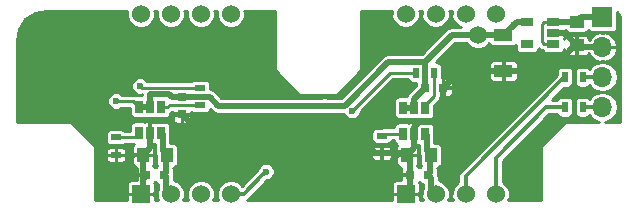
<source format=gbl>
G04 #@! TF.FileFunction,Copper,L2,Bot,Signal*
%FSLAX46Y46*%
G04 Gerber Fmt 4.6, Leading zero omitted, Abs format (unit mm)*
G04 Created by KiCad (PCBNEW 4.0.6) date Mon Jan  8 18:00:33 2018*
%MOMM*%
%LPD*%
G01*
G04 APERTURE LIST*
%ADD10C,0.100000*%
%ADD11R,1.250000X1.000000*%
%ADD12R,1.600000X1.000000*%
%ADD13R,0.800000X0.750000*%
%ADD14R,0.750000X0.800000*%
%ADD15R,1.000000X1.250000*%
%ADD16R,1.700000X1.700000*%
%ADD17O,1.700000X1.700000*%
%ADD18R,0.500000X0.900000*%
%ADD19R,0.900000X0.500000*%
%ADD20C,1.500000*%
%ADD21R,1.060000X0.650000*%
%ADD22R,0.650000X1.060000*%
%ADD23R,1.524000X1.524000*%
%ADD24C,1.524000*%
%ADD25C,0.600000*%
%ADD26C,0.250000*%
%ADD27C,0.500000*%
%ADD28C,0.350000*%
G04 APERTURE END LIST*
D10*
D11*
X104902000Y-65421000D03*
X104902000Y-67421000D03*
D12*
X98679000Y-66572000D03*
X98679000Y-69572000D03*
D13*
X92087000Y-70993000D03*
X93587000Y-70993000D03*
X92305000Y-78359000D03*
X90805000Y-78359000D03*
D14*
X71478000Y-71759000D03*
X71478000Y-73259000D03*
D13*
X69965000Y-78359000D03*
X68465000Y-78359000D03*
D15*
X92551000Y-76708000D03*
X90551000Y-76708000D03*
X70199000Y-76708000D03*
X68199000Y-76708000D03*
D16*
X107061000Y-65024000D03*
D17*
X107061000Y-67564000D03*
X107061000Y-70104000D03*
X107061000Y-72644000D03*
D18*
X105398000Y-72644000D03*
X103898000Y-72644000D03*
X105398000Y-70104000D03*
X103898000Y-70104000D03*
D19*
X88392000Y-76569000D03*
X88392000Y-75069000D03*
D18*
X91302000Y-69715000D03*
X92802000Y-69715000D03*
D19*
X65890000Y-76688000D03*
X65890000Y-75188000D03*
X73002000Y-70997000D03*
X73002000Y-72497000D03*
D20*
X96520000Y-66548000D03*
D21*
X102911000Y-65410000D03*
X102911000Y-66360000D03*
X102911000Y-67310000D03*
X100711000Y-67310000D03*
X100711000Y-65410000D03*
D22*
X92075000Y-74887000D03*
X91125000Y-74887000D03*
X90175000Y-74887000D03*
X90175000Y-72687000D03*
X92075000Y-72687000D03*
X91125000Y-72687000D03*
D23*
X90401000Y-80002000D03*
D24*
X92941000Y-80002000D03*
X95481000Y-80002000D03*
X98021000Y-80002000D03*
X98021000Y-64762000D03*
X95481000Y-64762000D03*
X92941000Y-64762000D03*
X90401000Y-64762000D03*
D22*
X69718000Y-74803000D03*
X68768000Y-74803000D03*
X67818000Y-74803000D03*
X67818000Y-72603000D03*
X69718000Y-72603000D03*
X68768000Y-72603000D03*
D23*
X67970400Y-79997300D03*
D24*
X70510400Y-79997300D03*
X73050400Y-79997300D03*
X75590400Y-79997300D03*
X75590400Y-64757300D03*
X73050400Y-64757300D03*
X70510400Y-64757300D03*
X67970400Y-64757300D03*
D25*
X87226000Y-65524000D03*
X93195000Y-73779000D03*
X89004000Y-74033000D03*
X70970000Y-74287000D03*
X66525000Y-73779000D03*
X91163000Y-73906000D03*
X68811000Y-73779000D03*
X67033000Y-76688000D03*
X79987000Y-73779000D03*
X86591000Y-75811000D03*
X89512000Y-76569000D03*
X100053000Y-76954000D03*
X99545000Y-72763000D03*
X64620000Y-80002000D03*
X102847000Y-74287000D03*
X87500000Y-69000000D03*
X85956000Y-80002000D03*
X79098000Y-80002000D03*
X87988000Y-73271000D03*
X81638000Y-76065000D03*
X74399000Y-77589000D03*
X72113000Y-75430000D03*
X64620000Y-73779000D03*
X59159000Y-72001000D03*
X60683000Y-66667000D03*
X70208000Y-68064000D03*
X78082000Y-65778000D03*
X78590000Y-70223000D03*
X92052000Y-66540000D03*
X95100000Y-67937000D03*
X96878000Y-70985000D03*
X94846000Y-75303000D03*
X101196000Y-78859000D03*
X100942000Y-68699000D03*
X99545000Y-65706000D03*
X83543000Y-72509000D03*
X65890000Y-72128000D03*
X85874883Y-72945790D03*
X67922000Y-70858000D03*
X78590000Y-78097000D03*
D26*
X101958000Y-65583000D02*
X101958000Y-67137000D01*
X101958000Y-67137000D02*
X102131000Y-67310000D01*
X102131000Y-67310000D02*
X102911000Y-67310000D01*
X102911000Y-65410000D02*
X102131000Y-65410000D01*
X102131000Y-65410000D02*
X101958000Y-65583000D01*
D27*
X104902000Y-65421000D02*
X102922000Y-65421000D01*
X102922000Y-65421000D02*
X102911000Y-65410000D01*
X107061000Y-65024000D02*
X105299000Y-65024000D01*
X105299000Y-65024000D02*
X104902000Y-65421000D01*
X87525999Y-65823999D02*
X87226000Y-65524000D01*
X88242000Y-66540000D02*
X87525999Y-65823999D01*
X92052000Y-66540000D02*
X88242000Y-66540000D01*
D28*
X91163000Y-73906000D02*
X93068000Y-73906000D01*
X93068000Y-73906000D02*
X93195000Y-73779000D01*
X91163000Y-73906000D02*
X89131000Y-73906000D01*
X89131000Y-73906000D02*
X89004000Y-74033000D01*
X68811000Y-73779000D02*
X66525000Y-73779000D01*
X91125000Y-74887000D02*
X91125000Y-73944000D01*
X91125000Y-73944000D02*
X91163000Y-73906000D01*
X68768000Y-74803000D02*
X68768000Y-73822000D01*
X68768000Y-73822000D02*
X68811000Y-73779000D01*
D26*
X65890000Y-76688000D02*
X67033000Y-76688000D01*
X67033000Y-76688000D02*
X68179000Y-76688000D01*
D28*
X68199000Y-76708000D02*
X67053000Y-76708000D01*
X67053000Y-76708000D02*
X67033000Y-76688000D01*
X88392000Y-76569000D02*
X87349000Y-76569000D01*
X87349000Y-76569000D02*
X86591000Y-75811000D01*
D27*
X88392000Y-76569000D02*
X89512000Y-76569000D01*
X89512000Y-76569000D02*
X90412000Y-76569000D01*
D28*
X90551000Y-76708000D02*
X89651000Y-76708000D01*
X89651000Y-76708000D02*
X89512000Y-76569000D01*
X80622000Y-71747000D02*
X84753000Y-71747000D01*
X84753000Y-71747000D02*
X86277000Y-70223000D01*
X79397999Y-70522999D02*
X80622000Y-71747000D01*
X78590000Y-70223000D02*
X78889999Y-70522999D01*
X78889999Y-70522999D02*
X79397999Y-70522999D01*
D27*
X64620000Y-73779000D02*
X64620000Y-80002000D01*
X101196000Y-78859000D02*
X100688000Y-78351000D01*
X100688000Y-78351000D02*
X100688000Y-76319000D01*
X100688000Y-76319000D02*
X102720000Y-74287000D01*
X102720000Y-74287000D02*
X102847000Y-74287000D01*
X87200001Y-69299999D02*
X87500000Y-69000000D01*
X86277000Y-70223000D02*
X87200001Y-69299999D01*
X71478000Y-73259000D02*
X72760000Y-74541000D01*
X87857000Y-76569000D02*
X88392000Y-76569000D01*
X72760000Y-74541000D02*
X85829000Y-74541000D01*
X85829000Y-74541000D02*
X87857000Y-76569000D01*
X81638000Y-76065000D02*
X81638000Y-77462000D01*
X81638000Y-77462000D02*
X79098000Y-80002000D01*
X81638000Y-76065000D02*
X85194000Y-76065000D01*
X85194000Y-76065000D02*
X87988000Y-73271000D01*
X72113000Y-75430000D02*
X72240000Y-75430000D01*
X72240000Y-75430000D02*
X74399000Y-77589000D01*
X60683000Y-66667000D02*
X60683000Y-70477000D01*
X60683000Y-70477000D02*
X59159000Y-72001000D01*
X78082000Y-65778000D02*
X75796000Y-68064000D01*
X75796000Y-68064000D02*
X70208000Y-68064000D01*
X94846000Y-75303000D02*
X94846000Y-73017000D01*
X94846000Y-73017000D02*
X96878000Y-70985000D01*
X102626000Y-69572000D02*
X100688000Y-69572000D01*
X100688000Y-69572000D02*
X99979000Y-69572000D01*
D28*
X100942000Y-68699000D02*
X100642001Y-68998999D01*
X100642001Y-68998999D02*
X100642001Y-69526001D01*
X100642001Y-69526001D02*
X100688000Y-69572000D01*
D27*
X93587000Y-70993000D02*
X93587000Y-73006000D01*
X93587000Y-73006000D02*
X92687000Y-73906000D01*
X92687000Y-73906000D02*
X91544000Y-73906000D01*
X91544000Y-73906000D02*
X91125000Y-74325000D01*
X91125000Y-74325000D02*
X91125000Y-74887000D01*
D26*
X68179000Y-76688000D02*
X68199000Y-76708000D01*
D28*
X68768000Y-74803000D02*
X68768000Y-74076000D01*
X68768000Y-74076000D02*
X68938000Y-73906000D01*
X68938000Y-73906000D02*
X69084998Y-73906000D01*
X69092999Y-73897999D02*
X70114001Y-73897999D01*
X70753000Y-73259000D02*
X71478000Y-73259000D01*
X69084998Y-73906000D02*
X69092999Y-73897999D01*
X70114001Y-73897999D02*
X70753000Y-73259000D01*
D27*
X68465000Y-78359000D02*
X68465000Y-78466000D01*
X68465000Y-78466000D02*
X68199000Y-78732000D01*
X68199000Y-76708000D02*
X68199000Y-79768700D01*
X68199000Y-79768700D02*
X67970400Y-79997300D01*
X68768000Y-74803000D02*
X68768000Y-76139000D01*
X68768000Y-76139000D02*
X68199000Y-76708000D01*
X93612000Y-70993000D02*
X93587000Y-70993000D01*
X94487000Y-70093000D02*
X94487000Y-70118000D01*
X95008000Y-69572000D02*
X94487000Y-70093000D01*
X94487000Y-70118000D02*
X93612000Y-70993000D01*
X98679000Y-69572000D02*
X95008000Y-69572000D01*
X90412000Y-76569000D02*
X90551000Y-76708000D01*
X90805000Y-78359000D02*
X90805000Y-79598000D01*
X90805000Y-79598000D02*
X90401000Y-80002000D01*
X90805000Y-78359000D02*
X90805000Y-76962000D01*
X90805000Y-76962000D02*
X90551000Y-76708000D01*
X91125000Y-74887000D02*
X91125000Y-76134000D01*
X91125000Y-76134000D02*
X90551000Y-76708000D01*
X104902000Y-67421000D02*
X104777000Y-67421000D01*
X104777000Y-67421000D02*
X102626000Y-69572000D01*
X99979000Y-69572000D02*
X98679000Y-69572000D01*
X102911000Y-66360000D02*
X103841000Y-66360000D01*
X103841000Y-66360000D02*
X104902000Y-67421000D01*
X107061000Y-67564000D02*
X105045000Y-67564000D01*
X105045000Y-67564000D02*
X104902000Y-67421000D01*
X83543000Y-72509000D02*
X74524002Y-72509000D01*
X83543000Y-72509000D02*
X85250998Y-72509000D01*
X85250998Y-72509000D02*
X85504998Y-72255000D01*
X92052000Y-68826000D02*
X92040999Y-68814999D01*
X92040999Y-68814999D02*
X88944999Y-68814999D01*
X88944999Y-68814999D02*
X85504998Y-72255000D01*
X74524002Y-72509000D02*
X73812001Y-71796999D01*
X73812001Y-71796999D02*
X71527999Y-71796999D01*
X71527999Y-71796999D02*
X71478000Y-71747000D01*
X71478000Y-71747000D02*
X71478000Y-71759000D01*
X99841000Y-65410000D02*
X99545000Y-65706000D01*
X99545000Y-65706000D02*
X98679000Y-66572000D01*
X96520000Y-66548000D02*
X94330000Y-66548000D01*
X94330000Y-66548000D02*
X92052000Y-68826000D01*
X92052000Y-68826000D02*
X92052000Y-70958000D01*
X92052000Y-70958000D02*
X92087000Y-70993000D01*
D26*
X65890000Y-72128000D02*
X67343000Y-72128000D01*
X67343000Y-72128000D02*
X67818000Y-72603000D01*
D27*
X70603000Y-71759000D02*
X71478000Y-71759000D01*
X68768989Y-71572011D02*
X70416011Y-71572011D01*
X68768000Y-71573000D02*
X68768989Y-71572011D01*
X70416011Y-71572011D02*
X70603000Y-71759000D01*
X68768000Y-72603000D02*
X68768000Y-71573000D01*
X68768000Y-72603000D02*
X67818000Y-72603000D01*
X91125000Y-72687000D02*
X90175000Y-72687000D01*
X92087000Y-70993000D02*
X91125000Y-71955000D01*
X91125000Y-71955000D02*
X91125000Y-72687000D01*
X98679000Y-66572000D02*
X96544000Y-66572000D01*
X96544000Y-66572000D02*
X96520000Y-66548000D01*
X100711000Y-65410000D02*
X99841000Y-65410000D01*
X92075000Y-74887000D02*
X92179000Y-74991000D01*
X92179000Y-74991000D02*
X92179000Y-76336000D01*
X92179000Y-76336000D02*
X92551000Y-76708000D01*
X92305000Y-78359000D02*
X92560000Y-78614000D01*
X92560000Y-79621000D02*
X92941000Y-80002000D01*
X92560000Y-78614000D02*
X92560000Y-79621000D01*
X92551000Y-76708000D02*
X92433000Y-76826000D01*
X92433000Y-76826000D02*
X92433000Y-78231000D01*
X92433000Y-78231000D02*
X92305000Y-78359000D01*
X69718000Y-74803000D02*
X69827000Y-74912000D01*
X69827000Y-76336000D02*
X70199000Y-76708000D01*
X69827000Y-74912000D02*
X69827000Y-76336000D01*
X70199000Y-76708000D02*
X70081000Y-76826000D01*
X70081000Y-76826000D02*
X70081000Y-78243000D01*
X70081000Y-78243000D02*
X69965000Y-78359000D01*
X69965000Y-78359000D02*
X70081000Y-78475000D01*
X70081000Y-79567900D02*
X70510400Y-79997300D01*
X70081000Y-78475000D02*
X70081000Y-79567900D01*
D26*
X86174882Y-72645791D02*
X85874883Y-72945790D01*
X89105673Y-69715000D02*
X86174882Y-72645791D01*
X91302000Y-69715000D02*
X89105673Y-69715000D01*
X73002000Y-70997000D02*
X68061000Y-70997000D01*
X68061000Y-70997000D02*
X67922000Y-70858000D01*
D28*
X105398000Y-70104000D02*
X107061000Y-70104000D01*
X107061000Y-72644000D02*
X105398000Y-72644000D01*
X103898000Y-72644000D02*
X102331000Y-72644000D01*
X102331000Y-72644000D02*
X98021000Y-76954000D01*
X98021000Y-76954000D02*
X98021000Y-78924370D01*
X98021000Y-78924370D02*
X98021000Y-80002000D01*
X78290001Y-78396999D02*
X78590000Y-78097000D01*
X76689700Y-79997300D02*
X78290001Y-78396999D01*
X75590400Y-79997300D02*
X76689700Y-79997300D01*
X95481000Y-78924370D02*
X95481000Y-80002000D01*
X95481000Y-78478000D02*
X95481000Y-78924370D01*
X103898000Y-70104000D02*
X103855000Y-70104000D01*
X103855000Y-70104000D02*
X95481000Y-78478000D01*
D26*
X90175000Y-74887000D02*
X88574000Y-74887000D01*
X88574000Y-74887000D02*
X88392000Y-75069000D01*
X92814000Y-70427000D02*
X92814000Y-71743000D01*
X92814000Y-71743000D02*
X92075000Y-72482000D01*
X92075000Y-72482000D02*
X92075000Y-72687000D01*
X92802000Y-69715000D02*
X92802000Y-70415000D01*
X92802000Y-70415000D02*
X92814000Y-70427000D01*
X65890000Y-75188000D02*
X67433000Y-75188000D01*
X67433000Y-75188000D02*
X67818000Y-74803000D01*
X69718000Y-72603000D02*
X70293000Y-72603000D01*
X70293000Y-72603000D02*
X70399000Y-72497000D01*
X72302000Y-72497000D02*
X73002000Y-72497000D01*
X70399000Y-72497000D02*
X72302000Y-72497000D01*
G36*
X66783606Y-64520155D02*
X66783194Y-64992373D01*
X66963523Y-65428803D01*
X67297140Y-65763003D01*
X67733255Y-65944094D01*
X68205473Y-65944506D01*
X68641903Y-65764177D01*
X68976103Y-65430560D01*
X69157194Y-64994445D01*
X69157606Y-64522227D01*
X69138092Y-64475000D01*
X69342356Y-64475000D01*
X69323606Y-64520155D01*
X69323194Y-64992373D01*
X69503523Y-65428803D01*
X69837140Y-65763003D01*
X70273255Y-65944094D01*
X70745473Y-65944506D01*
X71181903Y-65764177D01*
X71516103Y-65430560D01*
X71697194Y-64994445D01*
X71697606Y-64522227D01*
X71678092Y-64475000D01*
X71882356Y-64475000D01*
X71863606Y-64520155D01*
X71863194Y-64992373D01*
X72043523Y-65428803D01*
X72377140Y-65763003D01*
X72813255Y-65944094D01*
X73285473Y-65944506D01*
X73721903Y-65764177D01*
X74056103Y-65430560D01*
X74237194Y-64994445D01*
X74237606Y-64522227D01*
X74218092Y-64475000D01*
X74422356Y-64475000D01*
X74403606Y-64520155D01*
X74403194Y-64992373D01*
X74583523Y-65428803D01*
X74917140Y-65763003D01*
X75353255Y-65944094D01*
X75825473Y-65944506D01*
X76261903Y-65764177D01*
X76596103Y-65430560D01*
X76777194Y-64994445D01*
X76777606Y-64522227D01*
X76758092Y-64475000D01*
X79375000Y-64475000D01*
X79375000Y-69500000D01*
X79384187Y-69547037D01*
X79411612Y-69588388D01*
X81411612Y-71588388D01*
X81451368Y-71615152D01*
X81500000Y-71625000D01*
X84500000Y-71625000D01*
X84547037Y-71615813D01*
X84588388Y-71588388D01*
X86588388Y-69588388D01*
X86615152Y-69548632D01*
X86625000Y-69500000D01*
X86625000Y-64475000D01*
X89234908Y-64475000D01*
X89214206Y-64524855D01*
X89213794Y-64997073D01*
X89394123Y-65433503D01*
X89727740Y-65767703D01*
X90163855Y-65948794D01*
X90636073Y-65949206D01*
X91072503Y-65768877D01*
X91406703Y-65435260D01*
X91587794Y-64999145D01*
X91588206Y-64526927D01*
X91566750Y-64475000D01*
X91774908Y-64475000D01*
X91754206Y-64524855D01*
X91753794Y-64997073D01*
X91934123Y-65433503D01*
X92267740Y-65767703D01*
X92703855Y-65948794D01*
X93176073Y-65949206D01*
X93612503Y-65768877D01*
X93946703Y-65435260D01*
X94127794Y-64999145D01*
X94128206Y-64526927D01*
X94106750Y-64475000D01*
X94314908Y-64475000D01*
X94294206Y-64524855D01*
X94293794Y-64997073D01*
X94474123Y-65433503D01*
X94807740Y-65767703D01*
X95061323Y-65873000D01*
X94330000Y-65873000D01*
X94071689Y-65924381D01*
X93996458Y-65974649D01*
X93852703Y-66070703D01*
X91783407Y-68139999D01*
X88944999Y-68139999D01*
X88686687Y-68191380D01*
X88467702Y-68337702D01*
X84971404Y-71834000D01*
X83807954Y-71834000D01*
X83687844Y-71784126D01*
X83399421Y-71783874D01*
X83278107Y-71834000D01*
X74803596Y-71834000D01*
X74289298Y-71319702D01*
X74070313Y-71173380D01*
X73885326Y-71136584D01*
X73885326Y-70747000D01*
X73855691Y-70589504D01*
X73762611Y-70444854D01*
X73620588Y-70347814D01*
X73452000Y-70313674D01*
X72552000Y-70313674D01*
X72394504Y-70343309D01*
X72249854Y-70436389D01*
X72242604Y-70447000D01*
X68536128Y-70447000D01*
X68333216Y-70243733D01*
X68066844Y-70133126D01*
X67778421Y-70132874D01*
X67511857Y-70243016D01*
X67307733Y-70446784D01*
X67197126Y-70713156D01*
X67196874Y-71001579D01*
X67307016Y-71268143D01*
X67510784Y-71472267D01*
X67777156Y-71582874D01*
X68065579Y-71583126D01*
X68093261Y-71571688D01*
X68093000Y-71573000D01*
X68093000Y-71639674D01*
X67583121Y-71639674D01*
X67553476Y-71619866D01*
X67343000Y-71578000D01*
X66365371Y-71578000D01*
X66301216Y-71513733D01*
X66034844Y-71403126D01*
X65746421Y-71402874D01*
X65479857Y-71513016D01*
X65275733Y-71716784D01*
X65165126Y-71983156D01*
X65164874Y-72271579D01*
X65275016Y-72538143D01*
X65478784Y-72742267D01*
X65745156Y-72852874D01*
X66033579Y-72853126D01*
X66300143Y-72742984D01*
X66365241Y-72678000D01*
X67059674Y-72678000D01*
X67059674Y-73133000D01*
X67089309Y-73290496D01*
X67182389Y-73435146D01*
X67324412Y-73532186D01*
X67493000Y-73566326D01*
X68143000Y-73566326D01*
X68298507Y-73537065D01*
X68443000Y-73566326D01*
X69093000Y-73566326D01*
X69248507Y-73537065D01*
X69393000Y-73566326D01*
X70043000Y-73566326D01*
X70200496Y-73536691D01*
X70345146Y-73443611D01*
X70381605Y-73390250D01*
X70678000Y-73390250D01*
X70678000Y-73743538D01*
X70742702Y-73899743D01*
X70862257Y-74019298D01*
X71018462Y-74084000D01*
X71346750Y-74084000D01*
X71453000Y-73977750D01*
X71453000Y-73284000D01*
X71503000Y-73284000D01*
X71503000Y-73977750D01*
X71609250Y-74084000D01*
X71937538Y-74084000D01*
X72093743Y-74019298D01*
X72213298Y-73899743D01*
X72278000Y-73743538D01*
X72278000Y-73390250D01*
X72171750Y-73284000D01*
X71503000Y-73284000D01*
X71453000Y-73284000D01*
X70784250Y-73284000D01*
X70678000Y-73390250D01*
X70381605Y-73390250D01*
X70442186Y-73301588D01*
X70476326Y-73133000D01*
X70476326Y-73116534D01*
X70503476Y-73111134D01*
X70599459Y-73047000D01*
X70678000Y-73047000D01*
X70678000Y-73127750D01*
X70784250Y-73234000D01*
X71453000Y-73234000D01*
X71453000Y-73214000D01*
X71503000Y-73214000D01*
X71503000Y-73234000D01*
X72171750Y-73234000D01*
X72278000Y-73127750D01*
X72278000Y-73074161D01*
X72383412Y-73146186D01*
X72552000Y-73180326D01*
X73452000Y-73180326D01*
X73609496Y-73150691D01*
X73754146Y-73057611D01*
X73851186Y-72915588D01*
X73872204Y-72811796D01*
X74046705Y-72986297D01*
X74265691Y-73132619D01*
X74524002Y-73184000D01*
X83278046Y-73184000D01*
X83398156Y-73233874D01*
X83686579Y-73234126D01*
X83807893Y-73184000D01*
X85188858Y-73184000D01*
X85259899Y-73355933D01*
X85463667Y-73560057D01*
X85730039Y-73670664D01*
X86018462Y-73670916D01*
X86285026Y-73560774D01*
X86489150Y-73357006D01*
X86599757Y-73090634D01*
X86599837Y-72998654D01*
X89333490Y-70265000D01*
X90637490Y-70265000D01*
X90648309Y-70322496D01*
X90741389Y-70467146D01*
X90883412Y-70564186D01*
X91052000Y-70598326D01*
X91257658Y-70598326D01*
X91253674Y-70618000D01*
X91253674Y-70871732D01*
X90647703Y-71477703D01*
X90501381Y-71696688D01*
X90496013Y-71723674D01*
X89850000Y-71723674D01*
X89692504Y-71753309D01*
X89547854Y-71846389D01*
X89450814Y-71988412D01*
X89416674Y-72157000D01*
X89416674Y-73217000D01*
X89446309Y-73374496D01*
X89539389Y-73519146D01*
X89681412Y-73616186D01*
X89850000Y-73650326D01*
X90500000Y-73650326D01*
X90655507Y-73621065D01*
X90800000Y-73650326D01*
X91450000Y-73650326D01*
X91605507Y-73621065D01*
X91750000Y-73650326D01*
X92400000Y-73650326D01*
X92557496Y-73620691D01*
X92702146Y-73527611D01*
X92799186Y-73385588D01*
X92833326Y-73217000D01*
X92833326Y-72501492D01*
X93202909Y-72131909D01*
X93322134Y-71953476D01*
X93354055Y-71793000D01*
X93455750Y-71793000D01*
X93562000Y-71686750D01*
X93562000Y-71018000D01*
X93612000Y-71018000D01*
X93612000Y-71686750D01*
X93718250Y-71793000D01*
X94071538Y-71793000D01*
X94227743Y-71728298D01*
X94347298Y-71608743D01*
X94412000Y-71452538D01*
X94412000Y-71124250D01*
X94305750Y-71018000D01*
X93612000Y-71018000D01*
X93562000Y-71018000D01*
X93542000Y-71018000D01*
X93542000Y-70968000D01*
X93562000Y-70968000D01*
X93562000Y-70299250D01*
X93612000Y-70299250D01*
X93612000Y-70968000D01*
X94305750Y-70968000D01*
X94412000Y-70861750D01*
X94412000Y-70533462D01*
X94347298Y-70377257D01*
X94227743Y-70257702D01*
X94071538Y-70193000D01*
X93718250Y-70193000D01*
X93612000Y-70299250D01*
X93562000Y-70299250D01*
X93475630Y-70212880D01*
X93485326Y-70165000D01*
X93485326Y-69703250D01*
X97454000Y-69703250D01*
X97454000Y-70156538D01*
X97518702Y-70312743D01*
X97638257Y-70432298D01*
X97794462Y-70497000D01*
X98547750Y-70497000D01*
X98654000Y-70390750D01*
X98654000Y-69597000D01*
X98704000Y-69597000D01*
X98704000Y-70390750D01*
X98810250Y-70497000D01*
X99563538Y-70497000D01*
X99719743Y-70432298D01*
X99839298Y-70312743D01*
X99904000Y-70156538D01*
X99904000Y-69703250D01*
X99797750Y-69597000D01*
X98704000Y-69597000D01*
X98654000Y-69597000D01*
X97560250Y-69597000D01*
X97454000Y-69703250D01*
X93485326Y-69703250D01*
X93485326Y-69265000D01*
X93455691Y-69107504D01*
X93378446Y-68987462D01*
X97454000Y-68987462D01*
X97454000Y-69440750D01*
X97560250Y-69547000D01*
X98654000Y-69547000D01*
X98654000Y-68753250D01*
X98704000Y-68753250D01*
X98704000Y-69547000D01*
X99797750Y-69547000D01*
X99904000Y-69440750D01*
X99904000Y-68987462D01*
X99839298Y-68831257D01*
X99719743Y-68711702D01*
X99563538Y-68647000D01*
X98810250Y-68647000D01*
X98704000Y-68753250D01*
X98654000Y-68753250D01*
X98547750Y-68647000D01*
X97794462Y-68647000D01*
X97638257Y-68711702D01*
X97518702Y-68831257D01*
X97454000Y-68987462D01*
X93378446Y-68987462D01*
X93362611Y-68962854D01*
X93220588Y-68865814D01*
X93052000Y-68831674D01*
X93000920Y-68831674D01*
X94609594Y-67223000D01*
X95533569Y-67223000D01*
X95853547Y-67543536D01*
X96285253Y-67722796D01*
X96752697Y-67723204D01*
X97184715Y-67544698D01*
X97482932Y-67247000D01*
X97486573Y-67247000D01*
X97568389Y-67374146D01*
X97710412Y-67471186D01*
X97879000Y-67505326D01*
X99479000Y-67505326D01*
X99636496Y-67475691D01*
X99747674Y-67404150D01*
X99747674Y-67635000D01*
X99777309Y-67792496D01*
X99870389Y-67937146D01*
X100012412Y-68034186D01*
X100181000Y-68068326D01*
X101241000Y-68068326D01*
X101398496Y-68038691D01*
X101543146Y-67945611D01*
X101640186Y-67803588D01*
X101674326Y-67635000D01*
X101674326Y-67631144D01*
X101742091Y-67698909D01*
X101920524Y-67818134D01*
X102004563Y-67834850D01*
X102070389Y-67937146D01*
X102212412Y-68034186D01*
X102381000Y-68068326D01*
X103441000Y-68068326D01*
X103598496Y-68038691D01*
X103743146Y-67945611D01*
X103840186Y-67803588D01*
X103852000Y-67745249D01*
X103852000Y-68005538D01*
X103916702Y-68161743D01*
X104036257Y-68281298D01*
X104192462Y-68346000D01*
X104770750Y-68346000D01*
X104877000Y-68239750D01*
X104877000Y-67446000D01*
X104857000Y-67446000D01*
X104857000Y-67396000D01*
X104877000Y-67396000D01*
X104877000Y-66602250D01*
X104770750Y-66496000D01*
X104192462Y-66496000D01*
X104036257Y-66560702D01*
X103916702Y-66680257D01*
X103852000Y-66836462D01*
X103852000Y-66866348D01*
X103844691Y-66827504D01*
X103843048Y-66824950D01*
X103866000Y-66769538D01*
X103866000Y-66491250D01*
X103759750Y-66385000D01*
X102936000Y-66385000D01*
X102936000Y-66405000D01*
X102886000Y-66405000D01*
X102886000Y-66385000D01*
X102866000Y-66385000D01*
X102866000Y-66335000D01*
X102886000Y-66335000D01*
X102886000Y-66315000D01*
X102936000Y-66315000D01*
X102936000Y-66335000D01*
X103759750Y-66335000D01*
X103866000Y-66228750D01*
X103866000Y-66096000D01*
X103884573Y-66096000D01*
X103966389Y-66223146D01*
X104108412Y-66320186D01*
X104277000Y-66354326D01*
X105527000Y-66354326D01*
X105684496Y-66324691D01*
X105829146Y-66231611D01*
X105884216Y-66151013D01*
X105900389Y-66176146D01*
X106042412Y-66273186D01*
X106211000Y-66307326D01*
X107035998Y-66307326D01*
X107035998Y-66395492D01*
X106836892Y-66308848D01*
X106373625Y-66490153D01*
X106015005Y-66834942D01*
X105952000Y-66978973D01*
X105952000Y-66836462D01*
X105887298Y-66680257D01*
X105767743Y-66560702D01*
X105611538Y-66496000D01*
X105033250Y-66496000D01*
X104927000Y-66602250D01*
X104927000Y-67396000D01*
X104947000Y-67396000D01*
X104947000Y-67446000D01*
X104927000Y-67446000D01*
X104927000Y-68239750D01*
X105033250Y-68346000D01*
X105611538Y-68346000D01*
X105767743Y-68281298D01*
X105887298Y-68161743D01*
X105921472Y-68079239D01*
X106015005Y-68293058D01*
X106373625Y-68637847D01*
X106836892Y-68819152D01*
X107035998Y-68732508D01*
X107035998Y-68829005D01*
X106548100Y-68926054D01*
X106134460Y-69202439D01*
X105995902Y-69409806D01*
X105958611Y-69351854D01*
X105816588Y-69254814D01*
X105648000Y-69220674D01*
X105148000Y-69220674D01*
X104990504Y-69250309D01*
X104845854Y-69343389D01*
X104748814Y-69485412D01*
X104714674Y-69654000D01*
X104714674Y-70554000D01*
X104744309Y-70711496D01*
X104837389Y-70856146D01*
X104979412Y-70953186D01*
X105148000Y-70987326D01*
X105648000Y-70987326D01*
X105805496Y-70957691D01*
X105950146Y-70864611D01*
X105995716Y-70797916D01*
X106134460Y-71005561D01*
X106548100Y-71281946D01*
X107010884Y-71374000D01*
X106548100Y-71466054D01*
X106134460Y-71742439D01*
X105995902Y-71949806D01*
X105958611Y-71891854D01*
X105816588Y-71794814D01*
X105648000Y-71760674D01*
X105148000Y-71760674D01*
X104990504Y-71790309D01*
X104845854Y-71883389D01*
X104748814Y-72025412D01*
X104714674Y-72194000D01*
X104714674Y-73094000D01*
X104744309Y-73251496D01*
X104837389Y-73396146D01*
X104979412Y-73493186D01*
X105148000Y-73527326D01*
X105648000Y-73527326D01*
X105805496Y-73497691D01*
X105950146Y-73404611D01*
X105995716Y-73337916D01*
X106134460Y-73545561D01*
X106548100Y-73821946D01*
X106814819Y-73875000D01*
X104000000Y-73875000D01*
X103952963Y-73884187D01*
X103911612Y-73911612D01*
X101911612Y-75911612D01*
X101884848Y-75951368D01*
X101875000Y-76000000D01*
X101875000Y-80525000D01*
X99089096Y-80525000D01*
X99207794Y-80239145D01*
X99208206Y-79766927D01*
X99027877Y-79330497D01*
X98694260Y-78996297D01*
X98621000Y-78965877D01*
X98621000Y-77202528D01*
X102579528Y-73244000D01*
X103242899Y-73244000D01*
X103244309Y-73251496D01*
X103337389Y-73396146D01*
X103479412Y-73493186D01*
X103648000Y-73527326D01*
X104148000Y-73527326D01*
X104305496Y-73497691D01*
X104450146Y-73404611D01*
X104547186Y-73262588D01*
X104581326Y-73094000D01*
X104581326Y-72194000D01*
X104551691Y-72036504D01*
X104458611Y-71891854D01*
X104316588Y-71794814D01*
X104148000Y-71760674D01*
X103648000Y-71760674D01*
X103490504Y-71790309D01*
X103345854Y-71883389D01*
X103248814Y-72025412D01*
X103245050Y-72044000D01*
X102763528Y-72044000D01*
X103820202Y-70987326D01*
X104148000Y-70987326D01*
X104305496Y-70957691D01*
X104450146Y-70864611D01*
X104547186Y-70722588D01*
X104581326Y-70554000D01*
X104581326Y-69654000D01*
X104551691Y-69496504D01*
X104458611Y-69351854D01*
X104316588Y-69254814D01*
X104148000Y-69220674D01*
X103648000Y-69220674D01*
X103490504Y-69250309D01*
X103345854Y-69343389D01*
X103248814Y-69485412D01*
X103214674Y-69654000D01*
X103214674Y-69895798D01*
X95056736Y-78053736D01*
X94926672Y-78248390D01*
X94881000Y-78478000D01*
X94881000Y-78965579D01*
X94809497Y-78995123D01*
X94475297Y-79328740D01*
X94294206Y-79764855D01*
X94293794Y-80237073D01*
X94412763Y-80525000D01*
X94009096Y-80525000D01*
X94127794Y-80239145D01*
X94128206Y-79766927D01*
X93947877Y-79330497D01*
X93614260Y-78996297D01*
X93235000Y-78838814D01*
X93235000Y-78614000D01*
X93183619Y-78355689D01*
X93138326Y-78287903D01*
X93138326Y-77984000D01*
X93108691Y-77826504D01*
X93108000Y-77825430D01*
X93108000Y-77755601D01*
X93208496Y-77736691D01*
X93353146Y-77643611D01*
X93450186Y-77501588D01*
X93484326Y-77333000D01*
X93484326Y-76083000D01*
X93454691Y-75925504D01*
X93361611Y-75780854D01*
X93219588Y-75683814D01*
X93051000Y-75649674D01*
X92854000Y-75649674D01*
X92854000Y-74991000D01*
X92833326Y-74887064D01*
X92833326Y-74357000D01*
X92803691Y-74199504D01*
X92710611Y-74054854D01*
X92568588Y-73957814D01*
X92400000Y-73923674D01*
X91750000Y-73923674D01*
X91592504Y-73953309D01*
X91589950Y-73954952D01*
X91534538Y-73932000D01*
X91256250Y-73932000D01*
X91150000Y-74038250D01*
X91150000Y-74862000D01*
X91170000Y-74862000D01*
X91170000Y-74912000D01*
X91150000Y-74912000D01*
X91150000Y-74932000D01*
X91100000Y-74932000D01*
X91100000Y-74912000D01*
X91080000Y-74912000D01*
X91080000Y-74862000D01*
X91100000Y-74862000D01*
X91100000Y-74038250D01*
X90993750Y-73932000D01*
X90715462Y-73932000D01*
X90658213Y-73955713D01*
X90500000Y-73923674D01*
X89850000Y-73923674D01*
X89692504Y-73953309D01*
X89547854Y-74046389D01*
X89450814Y-74188412D01*
X89420724Y-74337000D01*
X88574000Y-74337000D01*
X88363524Y-74378866D01*
X88353335Y-74385674D01*
X87942000Y-74385674D01*
X87784504Y-74415309D01*
X87639854Y-74508389D01*
X87542814Y-74650412D01*
X87508674Y-74819000D01*
X87508674Y-75319000D01*
X87538309Y-75476496D01*
X87631389Y-75621146D01*
X87773412Y-75718186D01*
X87942000Y-75752326D01*
X88842000Y-75752326D01*
X88999496Y-75722691D01*
X89144146Y-75629611D01*
X89241186Y-75487588D01*
X89251430Y-75437000D01*
X89420437Y-75437000D01*
X89446309Y-75574496D01*
X89539389Y-75719146D01*
X89681412Y-75816186D01*
X89710818Y-75822141D01*
X89690702Y-75842257D01*
X89626000Y-75998462D01*
X89626000Y-76576750D01*
X89732250Y-76683000D01*
X90526000Y-76683000D01*
X90526000Y-76663000D01*
X90576000Y-76663000D01*
X90576000Y-76683000D01*
X91369750Y-76683000D01*
X91476000Y-76576750D01*
X91476000Y-75998462D01*
X91411298Y-75842257D01*
X91411041Y-75842000D01*
X91504000Y-75842000D01*
X91504000Y-76336000D01*
X91555381Y-76594312D01*
X91617674Y-76687539D01*
X91617674Y-77333000D01*
X91647309Y-77490496D01*
X91717518Y-77599604D01*
X91602854Y-77673389D01*
X91559249Y-77737208D01*
X91445743Y-77623702D01*
X91386060Y-77598981D01*
X91411298Y-77573743D01*
X91476000Y-77417538D01*
X91476000Y-76839250D01*
X91369750Y-76733000D01*
X90576000Y-76733000D01*
X90576000Y-76753000D01*
X90526000Y-76753000D01*
X90526000Y-76733000D01*
X89732250Y-76733000D01*
X89626000Y-76839250D01*
X89626000Y-77417538D01*
X89690702Y-77573743D01*
X89810257Y-77693298D01*
X89966462Y-77758000D01*
X90038595Y-77758000D01*
X89980000Y-77899462D01*
X89980000Y-78227750D01*
X90086250Y-78334000D01*
X90780000Y-78334000D01*
X90780000Y-78314000D01*
X90830000Y-78314000D01*
X90830000Y-78334000D01*
X90850000Y-78334000D01*
X90850000Y-78384000D01*
X90830000Y-78384000D01*
X90830000Y-78404000D01*
X90780000Y-78404000D01*
X90780000Y-78384000D01*
X90086250Y-78384000D01*
X89980000Y-78490250D01*
X89980000Y-78815000D01*
X89554462Y-78815000D01*
X89398257Y-78879702D01*
X89278702Y-78999257D01*
X89214000Y-79155462D01*
X89214000Y-79870750D01*
X89320250Y-79977000D01*
X90376000Y-79977000D01*
X90376000Y-79957000D01*
X90426000Y-79957000D01*
X90426000Y-79977000D01*
X91481750Y-79977000D01*
X91588000Y-79870750D01*
X91588000Y-79155462D01*
X91528420Y-79011621D01*
X91558957Y-78981084D01*
X91594389Y-79036146D01*
X91736412Y-79133186D01*
X91885000Y-79163276D01*
X91885000Y-79449868D01*
X91754206Y-79764855D01*
X91753794Y-80237073D01*
X91872763Y-80525000D01*
X91588000Y-80525000D01*
X91588000Y-80133250D01*
X91481750Y-80027000D01*
X90426000Y-80027000D01*
X90426000Y-80047000D01*
X90376000Y-80047000D01*
X90376000Y-80027000D01*
X89320250Y-80027000D01*
X89214000Y-80133250D01*
X89214000Y-80525000D01*
X76959162Y-80525000D01*
X77113964Y-80421564D01*
X78713420Y-78822108D01*
X78733579Y-78822126D01*
X79000143Y-78711984D01*
X79204267Y-78508216D01*
X79314874Y-78241844D01*
X79315126Y-77953421D01*
X79204984Y-77686857D01*
X79001216Y-77482733D01*
X78734844Y-77372126D01*
X78446421Y-77371874D01*
X78179857Y-77482016D01*
X77975733Y-77685784D01*
X77865126Y-77952156D01*
X77865107Y-77973365D01*
X76555013Y-79283459D01*
X76263660Y-78991597D01*
X75827545Y-78810506D01*
X75355327Y-78810094D01*
X74918897Y-78990423D01*
X74584697Y-79324040D01*
X74403606Y-79760155D01*
X74403194Y-80232373D01*
X74524105Y-80525000D01*
X74116545Y-80525000D01*
X74237194Y-80234445D01*
X74237606Y-79762227D01*
X74057277Y-79325797D01*
X73723660Y-78991597D01*
X73287545Y-78810506D01*
X72815327Y-78810094D01*
X72378897Y-78990423D01*
X72044697Y-79324040D01*
X71863606Y-79760155D01*
X71863194Y-80232373D01*
X71984105Y-80525000D01*
X71576545Y-80525000D01*
X71697194Y-80234445D01*
X71697606Y-79762227D01*
X71517277Y-79325797D01*
X71183660Y-78991597D01*
X70780096Y-78824022D01*
X70798326Y-78734000D01*
X70798326Y-77984000D01*
X70768691Y-77826504D01*
X70756000Y-77806782D01*
X70756000Y-77755601D01*
X70856496Y-77736691D01*
X71001146Y-77643611D01*
X71098186Y-77501588D01*
X71132326Y-77333000D01*
X71132326Y-76700250D01*
X87517000Y-76700250D01*
X87517000Y-76903538D01*
X87581702Y-77059743D01*
X87701257Y-77179298D01*
X87857462Y-77244000D01*
X88260750Y-77244000D01*
X88367000Y-77137750D01*
X88367000Y-76594000D01*
X88417000Y-76594000D01*
X88417000Y-77137750D01*
X88523250Y-77244000D01*
X88926538Y-77244000D01*
X89082743Y-77179298D01*
X89202298Y-77059743D01*
X89267000Y-76903538D01*
X89267000Y-76700250D01*
X89160750Y-76594000D01*
X88417000Y-76594000D01*
X88367000Y-76594000D01*
X87623250Y-76594000D01*
X87517000Y-76700250D01*
X71132326Y-76700250D01*
X71132326Y-76234462D01*
X87517000Y-76234462D01*
X87517000Y-76437750D01*
X87623250Y-76544000D01*
X88367000Y-76544000D01*
X88367000Y-76000250D01*
X88417000Y-76000250D01*
X88417000Y-76544000D01*
X89160750Y-76544000D01*
X89267000Y-76437750D01*
X89267000Y-76234462D01*
X89202298Y-76078257D01*
X89082743Y-75958702D01*
X88926538Y-75894000D01*
X88523250Y-75894000D01*
X88417000Y-76000250D01*
X88367000Y-76000250D01*
X88260750Y-75894000D01*
X87857462Y-75894000D01*
X87701257Y-75958702D01*
X87581702Y-76078257D01*
X87517000Y-76234462D01*
X71132326Y-76234462D01*
X71132326Y-76083000D01*
X71102691Y-75925504D01*
X71009611Y-75780854D01*
X70867588Y-75683814D01*
X70699000Y-75649674D01*
X70502000Y-75649674D01*
X70502000Y-74912000D01*
X70476326Y-74782927D01*
X70476326Y-74273000D01*
X70446691Y-74115504D01*
X70353611Y-73970854D01*
X70211588Y-73873814D01*
X70043000Y-73839674D01*
X69393000Y-73839674D01*
X69235504Y-73869309D01*
X69232950Y-73870952D01*
X69177538Y-73848000D01*
X68899250Y-73848000D01*
X68793000Y-73954250D01*
X68793000Y-74778000D01*
X68813000Y-74778000D01*
X68813000Y-74828000D01*
X68793000Y-74828000D01*
X68793000Y-74848000D01*
X68743000Y-74848000D01*
X68743000Y-74828000D01*
X68723000Y-74828000D01*
X68723000Y-74778000D01*
X68743000Y-74778000D01*
X68743000Y-73954250D01*
X68636750Y-73848000D01*
X68358462Y-73848000D01*
X68301213Y-73871713D01*
X68143000Y-73839674D01*
X67493000Y-73839674D01*
X67335504Y-73869309D01*
X67190854Y-73962389D01*
X67093814Y-74104412D01*
X67059674Y-74273000D01*
X67059674Y-74638000D01*
X66651992Y-74638000D01*
X66650611Y-74635854D01*
X66508588Y-74538814D01*
X66340000Y-74504674D01*
X65440000Y-74504674D01*
X65282504Y-74534309D01*
X65137854Y-74627389D01*
X65040814Y-74769412D01*
X65006674Y-74938000D01*
X65006674Y-75438000D01*
X65036309Y-75595496D01*
X65129389Y-75740146D01*
X65271412Y-75837186D01*
X65440000Y-75871326D01*
X66340000Y-75871326D01*
X66497496Y-75841691D01*
X66642146Y-75748611D01*
X66649396Y-75738000D01*
X67353122Y-75738000D01*
X67427830Y-75753129D01*
X67338702Y-75842257D01*
X67274000Y-75998462D01*
X67274000Y-76576750D01*
X67380250Y-76683000D01*
X68174000Y-76683000D01*
X68174000Y-76663000D01*
X68224000Y-76663000D01*
X68224000Y-76683000D01*
X69017750Y-76683000D01*
X69124000Y-76576750D01*
X69124000Y-75998462D01*
X69059298Y-75842257D01*
X68975041Y-75758000D01*
X69152000Y-75758000D01*
X69152000Y-76336000D01*
X69203381Y-76594312D01*
X69265674Y-76687539D01*
X69265674Y-77333000D01*
X69295309Y-77490496D01*
X69369032Y-77605065D01*
X69262854Y-77673389D01*
X69219249Y-77737208D01*
X69105743Y-77623702D01*
X69037575Y-77595466D01*
X69059298Y-77573743D01*
X69124000Y-77417538D01*
X69124000Y-76839250D01*
X69017750Y-76733000D01*
X68224000Y-76733000D01*
X68224000Y-76753000D01*
X68174000Y-76753000D01*
X68174000Y-76733000D01*
X67380250Y-76733000D01*
X67274000Y-76839250D01*
X67274000Y-77417538D01*
X67338702Y-77573743D01*
X67458257Y-77693298D01*
X67614462Y-77758000D01*
X67698595Y-77758000D01*
X67640000Y-77899462D01*
X67640000Y-78227750D01*
X67746250Y-78334000D01*
X68440000Y-78334000D01*
X68440000Y-78314000D01*
X68490000Y-78314000D01*
X68490000Y-78334000D01*
X68510000Y-78334000D01*
X68510000Y-78384000D01*
X68490000Y-78384000D01*
X68490000Y-78404000D01*
X68440000Y-78404000D01*
X68440000Y-78384000D01*
X67746250Y-78384000D01*
X67640000Y-78490250D01*
X67640000Y-78810300D01*
X67123862Y-78810300D01*
X66967657Y-78875002D01*
X66848102Y-78994557D01*
X66783400Y-79150762D01*
X66783400Y-79866050D01*
X66889650Y-79972300D01*
X67945400Y-79972300D01*
X67945400Y-79952300D01*
X67995400Y-79952300D01*
X67995400Y-79972300D01*
X69051150Y-79972300D01*
X69157400Y-79866050D01*
X69157400Y-79150762D01*
X69125732Y-79074309D01*
X69218957Y-78981084D01*
X69254389Y-79036146D01*
X69396412Y-79133186D01*
X69406000Y-79135128D01*
X69406000Y-79561728D01*
X69323606Y-79760155D01*
X69323194Y-80232373D01*
X69444105Y-80525000D01*
X69157400Y-80525000D01*
X69157400Y-80128550D01*
X69051150Y-80022300D01*
X67995400Y-80022300D01*
X67995400Y-80042300D01*
X67945400Y-80042300D01*
X67945400Y-80022300D01*
X66889650Y-80022300D01*
X66783400Y-80128550D01*
X66783400Y-80525000D01*
X64125000Y-80525000D01*
X64125000Y-76819250D01*
X65015000Y-76819250D01*
X65015000Y-77022538D01*
X65079702Y-77178743D01*
X65199257Y-77298298D01*
X65355462Y-77363000D01*
X65758750Y-77363000D01*
X65865000Y-77256750D01*
X65865000Y-76713000D01*
X65915000Y-76713000D01*
X65915000Y-77256750D01*
X66021250Y-77363000D01*
X66424538Y-77363000D01*
X66580743Y-77298298D01*
X66700298Y-77178743D01*
X66765000Y-77022538D01*
X66765000Y-76819250D01*
X66658750Y-76713000D01*
X65915000Y-76713000D01*
X65865000Y-76713000D01*
X65121250Y-76713000D01*
X65015000Y-76819250D01*
X64125000Y-76819250D01*
X64125000Y-76353462D01*
X65015000Y-76353462D01*
X65015000Y-76556750D01*
X65121250Y-76663000D01*
X65865000Y-76663000D01*
X65865000Y-76119250D01*
X65915000Y-76119250D01*
X65915000Y-76663000D01*
X66658750Y-76663000D01*
X66765000Y-76556750D01*
X66765000Y-76353462D01*
X66700298Y-76197257D01*
X66580743Y-76077702D01*
X66424538Y-76013000D01*
X66021250Y-76013000D01*
X65915000Y-76119250D01*
X65865000Y-76119250D01*
X65758750Y-76013000D01*
X65355462Y-76013000D01*
X65199257Y-76077702D01*
X65079702Y-76197257D01*
X65015000Y-76353462D01*
X64125000Y-76353462D01*
X64125000Y-76000000D01*
X64115813Y-75952963D01*
X64088388Y-75911612D01*
X62088388Y-73911612D01*
X62048632Y-73884848D01*
X62000000Y-73875000D01*
X57475000Y-73875000D01*
X57475000Y-67046783D01*
X57675801Y-66037286D01*
X58221136Y-65221136D01*
X59037286Y-64675801D01*
X60046783Y-64475000D01*
X66802356Y-64475000D01*
X66783606Y-64520155D01*
X66783606Y-64520155D01*
G37*
X66783606Y-64520155D02*
X66783194Y-64992373D01*
X66963523Y-65428803D01*
X67297140Y-65763003D01*
X67733255Y-65944094D01*
X68205473Y-65944506D01*
X68641903Y-65764177D01*
X68976103Y-65430560D01*
X69157194Y-64994445D01*
X69157606Y-64522227D01*
X69138092Y-64475000D01*
X69342356Y-64475000D01*
X69323606Y-64520155D01*
X69323194Y-64992373D01*
X69503523Y-65428803D01*
X69837140Y-65763003D01*
X70273255Y-65944094D01*
X70745473Y-65944506D01*
X71181903Y-65764177D01*
X71516103Y-65430560D01*
X71697194Y-64994445D01*
X71697606Y-64522227D01*
X71678092Y-64475000D01*
X71882356Y-64475000D01*
X71863606Y-64520155D01*
X71863194Y-64992373D01*
X72043523Y-65428803D01*
X72377140Y-65763003D01*
X72813255Y-65944094D01*
X73285473Y-65944506D01*
X73721903Y-65764177D01*
X74056103Y-65430560D01*
X74237194Y-64994445D01*
X74237606Y-64522227D01*
X74218092Y-64475000D01*
X74422356Y-64475000D01*
X74403606Y-64520155D01*
X74403194Y-64992373D01*
X74583523Y-65428803D01*
X74917140Y-65763003D01*
X75353255Y-65944094D01*
X75825473Y-65944506D01*
X76261903Y-65764177D01*
X76596103Y-65430560D01*
X76777194Y-64994445D01*
X76777606Y-64522227D01*
X76758092Y-64475000D01*
X79375000Y-64475000D01*
X79375000Y-69500000D01*
X79384187Y-69547037D01*
X79411612Y-69588388D01*
X81411612Y-71588388D01*
X81451368Y-71615152D01*
X81500000Y-71625000D01*
X84500000Y-71625000D01*
X84547037Y-71615813D01*
X84588388Y-71588388D01*
X86588388Y-69588388D01*
X86615152Y-69548632D01*
X86625000Y-69500000D01*
X86625000Y-64475000D01*
X89234908Y-64475000D01*
X89214206Y-64524855D01*
X89213794Y-64997073D01*
X89394123Y-65433503D01*
X89727740Y-65767703D01*
X90163855Y-65948794D01*
X90636073Y-65949206D01*
X91072503Y-65768877D01*
X91406703Y-65435260D01*
X91587794Y-64999145D01*
X91588206Y-64526927D01*
X91566750Y-64475000D01*
X91774908Y-64475000D01*
X91754206Y-64524855D01*
X91753794Y-64997073D01*
X91934123Y-65433503D01*
X92267740Y-65767703D01*
X92703855Y-65948794D01*
X93176073Y-65949206D01*
X93612503Y-65768877D01*
X93946703Y-65435260D01*
X94127794Y-64999145D01*
X94128206Y-64526927D01*
X94106750Y-64475000D01*
X94314908Y-64475000D01*
X94294206Y-64524855D01*
X94293794Y-64997073D01*
X94474123Y-65433503D01*
X94807740Y-65767703D01*
X95061323Y-65873000D01*
X94330000Y-65873000D01*
X94071689Y-65924381D01*
X93996458Y-65974649D01*
X93852703Y-66070703D01*
X91783407Y-68139999D01*
X88944999Y-68139999D01*
X88686687Y-68191380D01*
X88467702Y-68337702D01*
X84971404Y-71834000D01*
X83807954Y-71834000D01*
X83687844Y-71784126D01*
X83399421Y-71783874D01*
X83278107Y-71834000D01*
X74803596Y-71834000D01*
X74289298Y-71319702D01*
X74070313Y-71173380D01*
X73885326Y-71136584D01*
X73885326Y-70747000D01*
X73855691Y-70589504D01*
X73762611Y-70444854D01*
X73620588Y-70347814D01*
X73452000Y-70313674D01*
X72552000Y-70313674D01*
X72394504Y-70343309D01*
X72249854Y-70436389D01*
X72242604Y-70447000D01*
X68536128Y-70447000D01*
X68333216Y-70243733D01*
X68066844Y-70133126D01*
X67778421Y-70132874D01*
X67511857Y-70243016D01*
X67307733Y-70446784D01*
X67197126Y-70713156D01*
X67196874Y-71001579D01*
X67307016Y-71268143D01*
X67510784Y-71472267D01*
X67777156Y-71582874D01*
X68065579Y-71583126D01*
X68093261Y-71571688D01*
X68093000Y-71573000D01*
X68093000Y-71639674D01*
X67583121Y-71639674D01*
X67553476Y-71619866D01*
X67343000Y-71578000D01*
X66365371Y-71578000D01*
X66301216Y-71513733D01*
X66034844Y-71403126D01*
X65746421Y-71402874D01*
X65479857Y-71513016D01*
X65275733Y-71716784D01*
X65165126Y-71983156D01*
X65164874Y-72271579D01*
X65275016Y-72538143D01*
X65478784Y-72742267D01*
X65745156Y-72852874D01*
X66033579Y-72853126D01*
X66300143Y-72742984D01*
X66365241Y-72678000D01*
X67059674Y-72678000D01*
X67059674Y-73133000D01*
X67089309Y-73290496D01*
X67182389Y-73435146D01*
X67324412Y-73532186D01*
X67493000Y-73566326D01*
X68143000Y-73566326D01*
X68298507Y-73537065D01*
X68443000Y-73566326D01*
X69093000Y-73566326D01*
X69248507Y-73537065D01*
X69393000Y-73566326D01*
X70043000Y-73566326D01*
X70200496Y-73536691D01*
X70345146Y-73443611D01*
X70381605Y-73390250D01*
X70678000Y-73390250D01*
X70678000Y-73743538D01*
X70742702Y-73899743D01*
X70862257Y-74019298D01*
X71018462Y-74084000D01*
X71346750Y-74084000D01*
X71453000Y-73977750D01*
X71453000Y-73284000D01*
X71503000Y-73284000D01*
X71503000Y-73977750D01*
X71609250Y-74084000D01*
X71937538Y-74084000D01*
X72093743Y-74019298D01*
X72213298Y-73899743D01*
X72278000Y-73743538D01*
X72278000Y-73390250D01*
X72171750Y-73284000D01*
X71503000Y-73284000D01*
X71453000Y-73284000D01*
X70784250Y-73284000D01*
X70678000Y-73390250D01*
X70381605Y-73390250D01*
X70442186Y-73301588D01*
X70476326Y-73133000D01*
X70476326Y-73116534D01*
X70503476Y-73111134D01*
X70599459Y-73047000D01*
X70678000Y-73047000D01*
X70678000Y-73127750D01*
X70784250Y-73234000D01*
X71453000Y-73234000D01*
X71453000Y-73214000D01*
X71503000Y-73214000D01*
X71503000Y-73234000D01*
X72171750Y-73234000D01*
X72278000Y-73127750D01*
X72278000Y-73074161D01*
X72383412Y-73146186D01*
X72552000Y-73180326D01*
X73452000Y-73180326D01*
X73609496Y-73150691D01*
X73754146Y-73057611D01*
X73851186Y-72915588D01*
X73872204Y-72811796D01*
X74046705Y-72986297D01*
X74265691Y-73132619D01*
X74524002Y-73184000D01*
X83278046Y-73184000D01*
X83398156Y-73233874D01*
X83686579Y-73234126D01*
X83807893Y-73184000D01*
X85188858Y-73184000D01*
X85259899Y-73355933D01*
X85463667Y-73560057D01*
X85730039Y-73670664D01*
X86018462Y-73670916D01*
X86285026Y-73560774D01*
X86489150Y-73357006D01*
X86599757Y-73090634D01*
X86599837Y-72998654D01*
X89333490Y-70265000D01*
X90637490Y-70265000D01*
X90648309Y-70322496D01*
X90741389Y-70467146D01*
X90883412Y-70564186D01*
X91052000Y-70598326D01*
X91257658Y-70598326D01*
X91253674Y-70618000D01*
X91253674Y-70871732D01*
X90647703Y-71477703D01*
X90501381Y-71696688D01*
X90496013Y-71723674D01*
X89850000Y-71723674D01*
X89692504Y-71753309D01*
X89547854Y-71846389D01*
X89450814Y-71988412D01*
X89416674Y-72157000D01*
X89416674Y-73217000D01*
X89446309Y-73374496D01*
X89539389Y-73519146D01*
X89681412Y-73616186D01*
X89850000Y-73650326D01*
X90500000Y-73650326D01*
X90655507Y-73621065D01*
X90800000Y-73650326D01*
X91450000Y-73650326D01*
X91605507Y-73621065D01*
X91750000Y-73650326D01*
X92400000Y-73650326D01*
X92557496Y-73620691D01*
X92702146Y-73527611D01*
X92799186Y-73385588D01*
X92833326Y-73217000D01*
X92833326Y-72501492D01*
X93202909Y-72131909D01*
X93322134Y-71953476D01*
X93354055Y-71793000D01*
X93455750Y-71793000D01*
X93562000Y-71686750D01*
X93562000Y-71018000D01*
X93612000Y-71018000D01*
X93612000Y-71686750D01*
X93718250Y-71793000D01*
X94071538Y-71793000D01*
X94227743Y-71728298D01*
X94347298Y-71608743D01*
X94412000Y-71452538D01*
X94412000Y-71124250D01*
X94305750Y-71018000D01*
X93612000Y-71018000D01*
X93562000Y-71018000D01*
X93542000Y-71018000D01*
X93542000Y-70968000D01*
X93562000Y-70968000D01*
X93562000Y-70299250D01*
X93612000Y-70299250D01*
X93612000Y-70968000D01*
X94305750Y-70968000D01*
X94412000Y-70861750D01*
X94412000Y-70533462D01*
X94347298Y-70377257D01*
X94227743Y-70257702D01*
X94071538Y-70193000D01*
X93718250Y-70193000D01*
X93612000Y-70299250D01*
X93562000Y-70299250D01*
X93475630Y-70212880D01*
X93485326Y-70165000D01*
X93485326Y-69703250D01*
X97454000Y-69703250D01*
X97454000Y-70156538D01*
X97518702Y-70312743D01*
X97638257Y-70432298D01*
X97794462Y-70497000D01*
X98547750Y-70497000D01*
X98654000Y-70390750D01*
X98654000Y-69597000D01*
X98704000Y-69597000D01*
X98704000Y-70390750D01*
X98810250Y-70497000D01*
X99563538Y-70497000D01*
X99719743Y-70432298D01*
X99839298Y-70312743D01*
X99904000Y-70156538D01*
X99904000Y-69703250D01*
X99797750Y-69597000D01*
X98704000Y-69597000D01*
X98654000Y-69597000D01*
X97560250Y-69597000D01*
X97454000Y-69703250D01*
X93485326Y-69703250D01*
X93485326Y-69265000D01*
X93455691Y-69107504D01*
X93378446Y-68987462D01*
X97454000Y-68987462D01*
X97454000Y-69440750D01*
X97560250Y-69547000D01*
X98654000Y-69547000D01*
X98654000Y-68753250D01*
X98704000Y-68753250D01*
X98704000Y-69547000D01*
X99797750Y-69547000D01*
X99904000Y-69440750D01*
X99904000Y-68987462D01*
X99839298Y-68831257D01*
X99719743Y-68711702D01*
X99563538Y-68647000D01*
X98810250Y-68647000D01*
X98704000Y-68753250D01*
X98654000Y-68753250D01*
X98547750Y-68647000D01*
X97794462Y-68647000D01*
X97638257Y-68711702D01*
X97518702Y-68831257D01*
X97454000Y-68987462D01*
X93378446Y-68987462D01*
X93362611Y-68962854D01*
X93220588Y-68865814D01*
X93052000Y-68831674D01*
X93000920Y-68831674D01*
X94609594Y-67223000D01*
X95533569Y-67223000D01*
X95853547Y-67543536D01*
X96285253Y-67722796D01*
X96752697Y-67723204D01*
X97184715Y-67544698D01*
X97482932Y-67247000D01*
X97486573Y-67247000D01*
X97568389Y-67374146D01*
X97710412Y-67471186D01*
X97879000Y-67505326D01*
X99479000Y-67505326D01*
X99636496Y-67475691D01*
X99747674Y-67404150D01*
X99747674Y-67635000D01*
X99777309Y-67792496D01*
X99870389Y-67937146D01*
X100012412Y-68034186D01*
X100181000Y-68068326D01*
X101241000Y-68068326D01*
X101398496Y-68038691D01*
X101543146Y-67945611D01*
X101640186Y-67803588D01*
X101674326Y-67635000D01*
X101674326Y-67631144D01*
X101742091Y-67698909D01*
X101920524Y-67818134D01*
X102004563Y-67834850D01*
X102070389Y-67937146D01*
X102212412Y-68034186D01*
X102381000Y-68068326D01*
X103441000Y-68068326D01*
X103598496Y-68038691D01*
X103743146Y-67945611D01*
X103840186Y-67803588D01*
X103852000Y-67745249D01*
X103852000Y-68005538D01*
X103916702Y-68161743D01*
X104036257Y-68281298D01*
X104192462Y-68346000D01*
X104770750Y-68346000D01*
X104877000Y-68239750D01*
X104877000Y-67446000D01*
X104857000Y-67446000D01*
X104857000Y-67396000D01*
X104877000Y-67396000D01*
X104877000Y-66602250D01*
X104770750Y-66496000D01*
X104192462Y-66496000D01*
X104036257Y-66560702D01*
X103916702Y-66680257D01*
X103852000Y-66836462D01*
X103852000Y-66866348D01*
X103844691Y-66827504D01*
X103843048Y-66824950D01*
X103866000Y-66769538D01*
X103866000Y-66491250D01*
X103759750Y-66385000D01*
X102936000Y-66385000D01*
X102936000Y-66405000D01*
X102886000Y-66405000D01*
X102886000Y-66385000D01*
X102866000Y-66385000D01*
X102866000Y-66335000D01*
X102886000Y-66335000D01*
X102886000Y-66315000D01*
X102936000Y-66315000D01*
X102936000Y-66335000D01*
X103759750Y-66335000D01*
X103866000Y-66228750D01*
X103866000Y-66096000D01*
X103884573Y-66096000D01*
X103966389Y-66223146D01*
X104108412Y-66320186D01*
X104277000Y-66354326D01*
X105527000Y-66354326D01*
X105684496Y-66324691D01*
X105829146Y-66231611D01*
X105884216Y-66151013D01*
X105900389Y-66176146D01*
X106042412Y-66273186D01*
X106211000Y-66307326D01*
X107035998Y-66307326D01*
X107035998Y-66395492D01*
X106836892Y-66308848D01*
X106373625Y-66490153D01*
X106015005Y-66834942D01*
X105952000Y-66978973D01*
X105952000Y-66836462D01*
X105887298Y-66680257D01*
X105767743Y-66560702D01*
X105611538Y-66496000D01*
X105033250Y-66496000D01*
X104927000Y-66602250D01*
X104927000Y-67396000D01*
X104947000Y-67396000D01*
X104947000Y-67446000D01*
X104927000Y-67446000D01*
X104927000Y-68239750D01*
X105033250Y-68346000D01*
X105611538Y-68346000D01*
X105767743Y-68281298D01*
X105887298Y-68161743D01*
X105921472Y-68079239D01*
X106015005Y-68293058D01*
X106373625Y-68637847D01*
X106836892Y-68819152D01*
X107035998Y-68732508D01*
X107035998Y-68829005D01*
X106548100Y-68926054D01*
X106134460Y-69202439D01*
X105995902Y-69409806D01*
X105958611Y-69351854D01*
X105816588Y-69254814D01*
X105648000Y-69220674D01*
X105148000Y-69220674D01*
X104990504Y-69250309D01*
X104845854Y-69343389D01*
X104748814Y-69485412D01*
X104714674Y-69654000D01*
X104714674Y-70554000D01*
X104744309Y-70711496D01*
X104837389Y-70856146D01*
X104979412Y-70953186D01*
X105148000Y-70987326D01*
X105648000Y-70987326D01*
X105805496Y-70957691D01*
X105950146Y-70864611D01*
X105995716Y-70797916D01*
X106134460Y-71005561D01*
X106548100Y-71281946D01*
X107010884Y-71374000D01*
X106548100Y-71466054D01*
X106134460Y-71742439D01*
X105995902Y-71949806D01*
X105958611Y-71891854D01*
X105816588Y-71794814D01*
X105648000Y-71760674D01*
X105148000Y-71760674D01*
X104990504Y-71790309D01*
X104845854Y-71883389D01*
X104748814Y-72025412D01*
X104714674Y-72194000D01*
X104714674Y-73094000D01*
X104744309Y-73251496D01*
X104837389Y-73396146D01*
X104979412Y-73493186D01*
X105148000Y-73527326D01*
X105648000Y-73527326D01*
X105805496Y-73497691D01*
X105950146Y-73404611D01*
X105995716Y-73337916D01*
X106134460Y-73545561D01*
X106548100Y-73821946D01*
X106814819Y-73875000D01*
X104000000Y-73875000D01*
X103952963Y-73884187D01*
X103911612Y-73911612D01*
X101911612Y-75911612D01*
X101884848Y-75951368D01*
X101875000Y-76000000D01*
X101875000Y-80525000D01*
X99089096Y-80525000D01*
X99207794Y-80239145D01*
X99208206Y-79766927D01*
X99027877Y-79330497D01*
X98694260Y-78996297D01*
X98621000Y-78965877D01*
X98621000Y-77202528D01*
X102579528Y-73244000D01*
X103242899Y-73244000D01*
X103244309Y-73251496D01*
X103337389Y-73396146D01*
X103479412Y-73493186D01*
X103648000Y-73527326D01*
X104148000Y-73527326D01*
X104305496Y-73497691D01*
X104450146Y-73404611D01*
X104547186Y-73262588D01*
X104581326Y-73094000D01*
X104581326Y-72194000D01*
X104551691Y-72036504D01*
X104458611Y-71891854D01*
X104316588Y-71794814D01*
X104148000Y-71760674D01*
X103648000Y-71760674D01*
X103490504Y-71790309D01*
X103345854Y-71883389D01*
X103248814Y-72025412D01*
X103245050Y-72044000D01*
X102763528Y-72044000D01*
X103820202Y-70987326D01*
X104148000Y-70987326D01*
X104305496Y-70957691D01*
X104450146Y-70864611D01*
X104547186Y-70722588D01*
X104581326Y-70554000D01*
X104581326Y-69654000D01*
X104551691Y-69496504D01*
X104458611Y-69351854D01*
X104316588Y-69254814D01*
X104148000Y-69220674D01*
X103648000Y-69220674D01*
X103490504Y-69250309D01*
X103345854Y-69343389D01*
X103248814Y-69485412D01*
X103214674Y-69654000D01*
X103214674Y-69895798D01*
X95056736Y-78053736D01*
X94926672Y-78248390D01*
X94881000Y-78478000D01*
X94881000Y-78965579D01*
X94809497Y-78995123D01*
X94475297Y-79328740D01*
X94294206Y-79764855D01*
X94293794Y-80237073D01*
X94412763Y-80525000D01*
X94009096Y-80525000D01*
X94127794Y-80239145D01*
X94128206Y-79766927D01*
X93947877Y-79330497D01*
X93614260Y-78996297D01*
X93235000Y-78838814D01*
X93235000Y-78614000D01*
X93183619Y-78355689D01*
X93138326Y-78287903D01*
X93138326Y-77984000D01*
X93108691Y-77826504D01*
X93108000Y-77825430D01*
X93108000Y-77755601D01*
X93208496Y-77736691D01*
X93353146Y-77643611D01*
X93450186Y-77501588D01*
X93484326Y-77333000D01*
X93484326Y-76083000D01*
X93454691Y-75925504D01*
X93361611Y-75780854D01*
X93219588Y-75683814D01*
X93051000Y-75649674D01*
X92854000Y-75649674D01*
X92854000Y-74991000D01*
X92833326Y-74887064D01*
X92833326Y-74357000D01*
X92803691Y-74199504D01*
X92710611Y-74054854D01*
X92568588Y-73957814D01*
X92400000Y-73923674D01*
X91750000Y-73923674D01*
X91592504Y-73953309D01*
X91589950Y-73954952D01*
X91534538Y-73932000D01*
X91256250Y-73932000D01*
X91150000Y-74038250D01*
X91150000Y-74862000D01*
X91170000Y-74862000D01*
X91170000Y-74912000D01*
X91150000Y-74912000D01*
X91150000Y-74932000D01*
X91100000Y-74932000D01*
X91100000Y-74912000D01*
X91080000Y-74912000D01*
X91080000Y-74862000D01*
X91100000Y-74862000D01*
X91100000Y-74038250D01*
X90993750Y-73932000D01*
X90715462Y-73932000D01*
X90658213Y-73955713D01*
X90500000Y-73923674D01*
X89850000Y-73923674D01*
X89692504Y-73953309D01*
X89547854Y-74046389D01*
X89450814Y-74188412D01*
X89420724Y-74337000D01*
X88574000Y-74337000D01*
X88363524Y-74378866D01*
X88353335Y-74385674D01*
X87942000Y-74385674D01*
X87784504Y-74415309D01*
X87639854Y-74508389D01*
X87542814Y-74650412D01*
X87508674Y-74819000D01*
X87508674Y-75319000D01*
X87538309Y-75476496D01*
X87631389Y-75621146D01*
X87773412Y-75718186D01*
X87942000Y-75752326D01*
X88842000Y-75752326D01*
X88999496Y-75722691D01*
X89144146Y-75629611D01*
X89241186Y-75487588D01*
X89251430Y-75437000D01*
X89420437Y-75437000D01*
X89446309Y-75574496D01*
X89539389Y-75719146D01*
X89681412Y-75816186D01*
X89710818Y-75822141D01*
X89690702Y-75842257D01*
X89626000Y-75998462D01*
X89626000Y-76576750D01*
X89732250Y-76683000D01*
X90526000Y-76683000D01*
X90526000Y-76663000D01*
X90576000Y-76663000D01*
X90576000Y-76683000D01*
X91369750Y-76683000D01*
X91476000Y-76576750D01*
X91476000Y-75998462D01*
X91411298Y-75842257D01*
X91411041Y-75842000D01*
X91504000Y-75842000D01*
X91504000Y-76336000D01*
X91555381Y-76594312D01*
X91617674Y-76687539D01*
X91617674Y-77333000D01*
X91647309Y-77490496D01*
X91717518Y-77599604D01*
X91602854Y-77673389D01*
X91559249Y-77737208D01*
X91445743Y-77623702D01*
X91386060Y-77598981D01*
X91411298Y-77573743D01*
X91476000Y-77417538D01*
X91476000Y-76839250D01*
X91369750Y-76733000D01*
X90576000Y-76733000D01*
X90576000Y-76753000D01*
X90526000Y-76753000D01*
X90526000Y-76733000D01*
X89732250Y-76733000D01*
X89626000Y-76839250D01*
X89626000Y-77417538D01*
X89690702Y-77573743D01*
X89810257Y-77693298D01*
X89966462Y-77758000D01*
X90038595Y-77758000D01*
X89980000Y-77899462D01*
X89980000Y-78227750D01*
X90086250Y-78334000D01*
X90780000Y-78334000D01*
X90780000Y-78314000D01*
X90830000Y-78314000D01*
X90830000Y-78334000D01*
X90850000Y-78334000D01*
X90850000Y-78384000D01*
X90830000Y-78384000D01*
X90830000Y-78404000D01*
X90780000Y-78404000D01*
X90780000Y-78384000D01*
X90086250Y-78384000D01*
X89980000Y-78490250D01*
X89980000Y-78815000D01*
X89554462Y-78815000D01*
X89398257Y-78879702D01*
X89278702Y-78999257D01*
X89214000Y-79155462D01*
X89214000Y-79870750D01*
X89320250Y-79977000D01*
X90376000Y-79977000D01*
X90376000Y-79957000D01*
X90426000Y-79957000D01*
X90426000Y-79977000D01*
X91481750Y-79977000D01*
X91588000Y-79870750D01*
X91588000Y-79155462D01*
X91528420Y-79011621D01*
X91558957Y-78981084D01*
X91594389Y-79036146D01*
X91736412Y-79133186D01*
X91885000Y-79163276D01*
X91885000Y-79449868D01*
X91754206Y-79764855D01*
X91753794Y-80237073D01*
X91872763Y-80525000D01*
X91588000Y-80525000D01*
X91588000Y-80133250D01*
X91481750Y-80027000D01*
X90426000Y-80027000D01*
X90426000Y-80047000D01*
X90376000Y-80047000D01*
X90376000Y-80027000D01*
X89320250Y-80027000D01*
X89214000Y-80133250D01*
X89214000Y-80525000D01*
X76959162Y-80525000D01*
X77113964Y-80421564D01*
X78713420Y-78822108D01*
X78733579Y-78822126D01*
X79000143Y-78711984D01*
X79204267Y-78508216D01*
X79314874Y-78241844D01*
X79315126Y-77953421D01*
X79204984Y-77686857D01*
X79001216Y-77482733D01*
X78734844Y-77372126D01*
X78446421Y-77371874D01*
X78179857Y-77482016D01*
X77975733Y-77685784D01*
X77865126Y-77952156D01*
X77865107Y-77973365D01*
X76555013Y-79283459D01*
X76263660Y-78991597D01*
X75827545Y-78810506D01*
X75355327Y-78810094D01*
X74918897Y-78990423D01*
X74584697Y-79324040D01*
X74403606Y-79760155D01*
X74403194Y-80232373D01*
X74524105Y-80525000D01*
X74116545Y-80525000D01*
X74237194Y-80234445D01*
X74237606Y-79762227D01*
X74057277Y-79325797D01*
X73723660Y-78991597D01*
X73287545Y-78810506D01*
X72815327Y-78810094D01*
X72378897Y-78990423D01*
X72044697Y-79324040D01*
X71863606Y-79760155D01*
X71863194Y-80232373D01*
X71984105Y-80525000D01*
X71576545Y-80525000D01*
X71697194Y-80234445D01*
X71697606Y-79762227D01*
X71517277Y-79325797D01*
X71183660Y-78991597D01*
X70780096Y-78824022D01*
X70798326Y-78734000D01*
X70798326Y-77984000D01*
X70768691Y-77826504D01*
X70756000Y-77806782D01*
X70756000Y-77755601D01*
X70856496Y-77736691D01*
X71001146Y-77643611D01*
X71098186Y-77501588D01*
X71132326Y-77333000D01*
X71132326Y-76700250D01*
X87517000Y-76700250D01*
X87517000Y-76903538D01*
X87581702Y-77059743D01*
X87701257Y-77179298D01*
X87857462Y-77244000D01*
X88260750Y-77244000D01*
X88367000Y-77137750D01*
X88367000Y-76594000D01*
X88417000Y-76594000D01*
X88417000Y-77137750D01*
X88523250Y-77244000D01*
X88926538Y-77244000D01*
X89082743Y-77179298D01*
X89202298Y-77059743D01*
X89267000Y-76903538D01*
X89267000Y-76700250D01*
X89160750Y-76594000D01*
X88417000Y-76594000D01*
X88367000Y-76594000D01*
X87623250Y-76594000D01*
X87517000Y-76700250D01*
X71132326Y-76700250D01*
X71132326Y-76234462D01*
X87517000Y-76234462D01*
X87517000Y-76437750D01*
X87623250Y-76544000D01*
X88367000Y-76544000D01*
X88367000Y-76000250D01*
X88417000Y-76000250D01*
X88417000Y-76544000D01*
X89160750Y-76544000D01*
X89267000Y-76437750D01*
X89267000Y-76234462D01*
X89202298Y-76078257D01*
X89082743Y-75958702D01*
X88926538Y-75894000D01*
X88523250Y-75894000D01*
X88417000Y-76000250D01*
X88367000Y-76000250D01*
X88260750Y-75894000D01*
X87857462Y-75894000D01*
X87701257Y-75958702D01*
X87581702Y-76078257D01*
X87517000Y-76234462D01*
X71132326Y-76234462D01*
X71132326Y-76083000D01*
X71102691Y-75925504D01*
X71009611Y-75780854D01*
X70867588Y-75683814D01*
X70699000Y-75649674D01*
X70502000Y-75649674D01*
X70502000Y-74912000D01*
X70476326Y-74782927D01*
X70476326Y-74273000D01*
X70446691Y-74115504D01*
X70353611Y-73970854D01*
X70211588Y-73873814D01*
X70043000Y-73839674D01*
X69393000Y-73839674D01*
X69235504Y-73869309D01*
X69232950Y-73870952D01*
X69177538Y-73848000D01*
X68899250Y-73848000D01*
X68793000Y-73954250D01*
X68793000Y-74778000D01*
X68813000Y-74778000D01*
X68813000Y-74828000D01*
X68793000Y-74828000D01*
X68793000Y-74848000D01*
X68743000Y-74848000D01*
X68743000Y-74828000D01*
X68723000Y-74828000D01*
X68723000Y-74778000D01*
X68743000Y-74778000D01*
X68743000Y-73954250D01*
X68636750Y-73848000D01*
X68358462Y-73848000D01*
X68301213Y-73871713D01*
X68143000Y-73839674D01*
X67493000Y-73839674D01*
X67335504Y-73869309D01*
X67190854Y-73962389D01*
X67093814Y-74104412D01*
X67059674Y-74273000D01*
X67059674Y-74638000D01*
X66651992Y-74638000D01*
X66650611Y-74635854D01*
X66508588Y-74538814D01*
X66340000Y-74504674D01*
X65440000Y-74504674D01*
X65282504Y-74534309D01*
X65137854Y-74627389D01*
X65040814Y-74769412D01*
X65006674Y-74938000D01*
X65006674Y-75438000D01*
X65036309Y-75595496D01*
X65129389Y-75740146D01*
X65271412Y-75837186D01*
X65440000Y-75871326D01*
X66340000Y-75871326D01*
X66497496Y-75841691D01*
X66642146Y-75748611D01*
X66649396Y-75738000D01*
X67353122Y-75738000D01*
X67427830Y-75753129D01*
X67338702Y-75842257D01*
X67274000Y-75998462D01*
X67274000Y-76576750D01*
X67380250Y-76683000D01*
X68174000Y-76683000D01*
X68174000Y-76663000D01*
X68224000Y-76663000D01*
X68224000Y-76683000D01*
X69017750Y-76683000D01*
X69124000Y-76576750D01*
X69124000Y-75998462D01*
X69059298Y-75842257D01*
X68975041Y-75758000D01*
X69152000Y-75758000D01*
X69152000Y-76336000D01*
X69203381Y-76594312D01*
X69265674Y-76687539D01*
X69265674Y-77333000D01*
X69295309Y-77490496D01*
X69369032Y-77605065D01*
X69262854Y-77673389D01*
X69219249Y-77737208D01*
X69105743Y-77623702D01*
X69037575Y-77595466D01*
X69059298Y-77573743D01*
X69124000Y-77417538D01*
X69124000Y-76839250D01*
X69017750Y-76733000D01*
X68224000Y-76733000D01*
X68224000Y-76753000D01*
X68174000Y-76753000D01*
X68174000Y-76733000D01*
X67380250Y-76733000D01*
X67274000Y-76839250D01*
X67274000Y-77417538D01*
X67338702Y-77573743D01*
X67458257Y-77693298D01*
X67614462Y-77758000D01*
X67698595Y-77758000D01*
X67640000Y-77899462D01*
X67640000Y-78227750D01*
X67746250Y-78334000D01*
X68440000Y-78334000D01*
X68440000Y-78314000D01*
X68490000Y-78314000D01*
X68490000Y-78334000D01*
X68510000Y-78334000D01*
X68510000Y-78384000D01*
X68490000Y-78384000D01*
X68490000Y-78404000D01*
X68440000Y-78404000D01*
X68440000Y-78384000D01*
X67746250Y-78384000D01*
X67640000Y-78490250D01*
X67640000Y-78810300D01*
X67123862Y-78810300D01*
X66967657Y-78875002D01*
X66848102Y-78994557D01*
X66783400Y-79150762D01*
X66783400Y-79866050D01*
X66889650Y-79972300D01*
X67945400Y-79972300D01*
X67945400Y-79952300D01*
X67995400Y-79952300D01*
X67995400Y-79972300D01*
X69051150Y-79972300D01*
X69157400Y-79866050D01*
X69157400Y-79150762D01*
X69125732Y-79074309D01*
X69218957Y-78981084D01*
X69254389Y-79036146D01*
X69396412Y-79133186D01*
X69406000Y-79135128D01*
X69406000Y-79561728D01*
X69323606Y-79760155D01*
X69323194Y-80232373D01*
X69444105Y-80525000D01*
X69157400Y-80525000D01*
X69157400Y-80128550D01*
X69051150Y-80022300D01*
X67995400Y-80022300D01*
X67995400Y-80042300D01*
X67945400Y-80042300D01*
X67945400Y-80022300D01*
X66889650Y-80022300D01*
X66783400Y-80128550D01*
X66783400Y-80525000D01*
X64125000Y-80525000D01*
X64125000Y-76819250D01*
X65015000Y-76819250D01*
X65015000Y-77022538D01*
X65079702Y-77178743D01*
X65199257Y-77298298D01*
X65355462Y-77363000D01*
X65758750Y-77363000D01*
X65865000Y-77256750D01*
X65865000Y-76713000D01*
X65915000Y-76713000D01*
X65915000Y-77256750D01*
X66021250Y-77363000D01*
X66424538Y-77363000D01*
X66580743Y-77298298D01*
X66700298Y-77178743D01*
X66765000Y-77022538D01*
X66765000Y-76819250D01*
X66658750Y-76713000D01*
X65915000Y-76713000D01*
X65865000Y-76713000D01*
X65121250Y-76713000D01*
X65015000Y-76819250D01*
X64125000Y-76819250D01*
X64125000Y-76353462D01*
X65015000Y-76353462D01*
X65015000Y-76556750D01*
X65121250Y-76663000D01*
X65865000Y-76663000D01*
X65865000Y-76119250D01*
X65915000Y-76119250D01*
X65915000Y-76663000D01*
X66658750Y-76663000D01*
X66765000Y-76556750D01*
X66765000Y-76353462D01*
X66700298Y-76197257D01*
X66580743Y-76077702D01*
X66424538Y-76013000D01*
X66021250Y-76013000D01*
X65915000Y-76119250D01*
X65865000Y-76119250D01*
X65758750Y-76013000D01*
X65355462Y-76013000D01*
X65199257Y-76077702D01*
X65079702Y-76197257D01*
X65015000Y-76353462D01*
X64125000Y-76353462D01*
X64125000Y-76000000D01*
X64115813Y-75952963D01*
X64088388Y-75911612D01*
X62088388Y-73911612D01*
X62048632Y-73884848D01*
X62000000Y-73875000D01*
X57475000Y-73875000D01*
X57475000Y-67046783D01*
X57675801Y-66037286D01*
X58221136Y-65221136D01*
X59037286Y-64675801D01*
X60046783Y-64475000D01*
X66802356Y-64475000D01*
X66783606Y-64520155D01*
G36*
X108364651Y-64635349D02*
X108476440Y-64802652D01*
X108525000Y-65046782D01*
X108525000Y-73875000D01*
X107307181Y-73875000D01*
X107573900Y-73821946D01*
X107987540Y-73545561D01*
X108263925Y-73131921D01*
X108360979Y-72644000D01*
X108263925Y-72156079D01*
X107987540Y-71742439D01*
X107573900Y-71466054D01*
X107111116Y-71374000D01*
X107573900Y-71281946D01*
X107987540Y-71005561D01*
X108263925Y-70591921D01*
X108360979Y-70104000D01*
X108263925Y-69616079D01*
X107987540Y-69202439D01*
X107573900Y-68926054D01*
X107086002Y-68829005D01*
X107086002Y-68732508D01*
X107285108Y-68819152D01*
X107748375Y-68637847D01*
X108106995Y-68293058D01*
X108306372Y-67837277D01*
X108316150Y-67788108D01*
X108229483Y-67589000D01*
X107086000Y-67589000D01*
X107086000Y-67609000D01*
X107036000Y-67609000D01*
X107036000Y-67589000D01*
X107016000Y-67589000D01*
X107016000Y-67539000D01*
X107036000Y-67539000D01*
X107036000Y-67519000D01*
X107086000Y-67519000D01*
X107086000Y-67539000D01*
X108229483Y-67539000D01*
X108316150Y-67339892D01*
X108306372Y-67290723D01*
X108106995Y-66834942D01*
X107748375Y-66490153D01*
X107285108Y-66308848D01*
X107086002Y-66395492D01*
X107086002Y-66307326D01*
X107911000Y-66307326D01*
X108068496Y-66277691D01*
X108213146Y-66184611D01*
X108310186Y-66042588D01*
X108344326Y-65874000D01*
X108344326Y-64621768D01*
X108364651Y-64635349D01*
X108364651Y-64635349D01*
G37*
X108364651Y-64635349D02*
X108476440Y-64802652D01*
X108525000Y-65046782D01*
X108525000Y-73875000D01*
X107307181Y-73875000D01*
X107573900Y-73821946D01*
X107987540Y-73545561D01*
X108263925Y-73131921D01*
X108360979Y-72644000D01*
X108263925Y-72156079D01*
X107987540Y-71742439D01*
X107573900Y-71466054D01*
X107111116Y-71374000D01*
X107573900Y-71281946D01*
X107987540Y-71005561D01*
X108263925Y-70591921D01*
X108360979Y-70104000D01*
X108263925Y-69616079D01*
X107987540Y-69202439D01*
X107573900Y-68926054D01*
X107086002Y-68829005D01*
X107086002Y-68732508D01*
X107285108Y-68819152D01*
X107748375Y-68637847D01*
X108106995Y-68293058D01*
X108306372Y-67837277D01*
X108316150Y-67788108D01*
X108229483Y-67589000D01*
X107086000Y-67589000D01*
X107086000Y-67609000D01*
X107036000Y-67609000D01*
X107036000Y-67589000D01*
X107016000Y-67589000D01*
X107016000Y-67539000D01*
X107036000Y-67539000D01*
X107036000Y-67519000D01*
X107086000Y-67519000D01*
X107086000Y-67539000D01*
X108229483Y-67539000D01*
X108316150Y-67339892D01*
X108306372Y-67290723D01*
X108106995Y-66834942D01*
X107748375Y-66490153D01*
X107285108Y-66308848D01*
X107086002Y-66395492D01*
X107086002Y-66307326D01*
X107911000Y-66307326D01*
X108068496Y-66277691D01*
X108213146Y-66184611D01*
X108310186Y-66042588D01*
X108344326Y-65874000D01*
X108344326Y-64621768D01*
X108364651Y-64635349D01*
M02*

</source>
